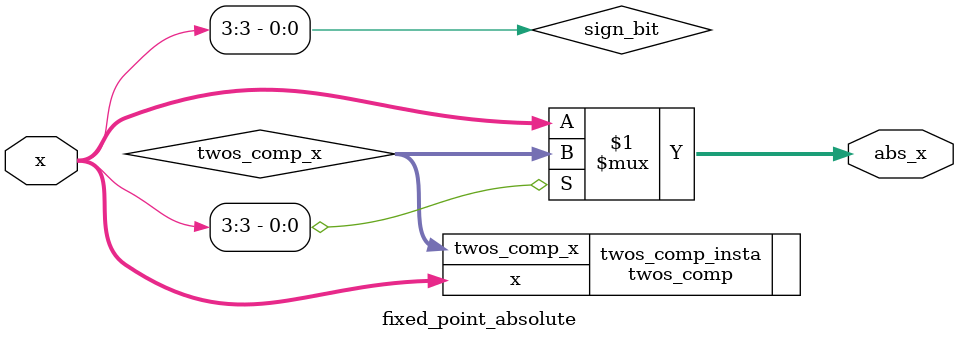
<source format=v>
module fixed_point_absolute #(parameter
DATA_WIDTH = 4
) 
(
    ///////////// INPUT/OUTPUT PORTS DECLARATION
input  wire [DATA_WIDTH-1:0] x,
output wire [DATA_WIDTH-1:0] abs_x
);
///////////////// INTERNAL SIGNALS ///////////////
wire                  sign_bit ;
wire [DATA_WIDTH-1:0] twos_comp_x ;

//////////////////////////////////////////////assignment statements//////////////////
assign sign_bit = x [DATA_WIDTH-1] ;
assign abs_x = sign_bit ? twos_comp_x : x ;
/////////////////////////////////////////////////////////////
////////////// instantiations////////////////////

twos_comp #(.DATA_WIDTH(DATA_WIDTH)) twos_comp_insta
(
.x(x),
.twos_comp_x(twos_comp_x)
) ;


endmodule
</source>
